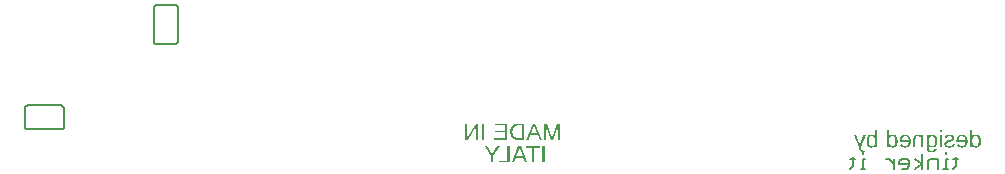
<source format=gbo>
G04 EAGLE Gerber RS-274X export*
G75*
%MOMM*%
%FSLAX34Y34*%
%LPD*%
%INSilkscreen Bottom*%
%IPPOS*%
%AMOC8*
5,1,8,0,0,1.08239X$1,22.5*%
G01*
G04 Define Apertures*
%ADD10C,0.177800*%
%ADD11C,0.152400*%
G36*
X514295Y311150D02*
X509125Y311150D01*
X508632Y311163D01*
X508154Y311203D01*
X507690Y311270D01*
X507241Y311363D01*
X506807Y311483D01*
X506387Y311630D01*
X505983Y311804D01*
X505593Y312004D01*
X505221Y312229D01*
X504871Y312477D01*
X504543Y312749D01*
X504236Y313045D01*
X503952Y313364D01*
X503689Y313706D01*
X503448Y314072D01*
X503228Y314461D01*
X503033Y314871D01*
X502863Y315297D01*
X502720Y315740D01*
X502603Y316199D01*
X502512Y316675D01*
X502446Y317168D01*
X502407Y317678D01*
X502394Y318204D01*
X502402Y318605D01*
X502424Y318993D01*
X502461Y319370D01*
X502514Y319735D01*
X502581Y320089D01*
X502663Y320431D01*
X502759Y320762D01*
X502871Y321080D01*
X502998Y321388D01*
X503140Y321683D01*
X503296Y321967D01*
X503468Y322240D01*
X503654Y322500D01*
X503855Y322750D01*
X504071Y322987D01*
X504303Y323213D01*
X504547Y323426D01*
X504805Y323626D01*
X505075Y323812D01*
X505357Y323984D01*
X505652Y324142D01*
X505959Y324286D01*
X506279Y324417D01*
X506612Y324534D01*
X506957Y324637D01*
X507315Y324727D01*
X507685Y324802D01*
X508067Y324864D01*
X508463Y324912D01*
X508870Y324947D01*
X509291Y324967D01*
X509723Y324974D01*
X514295Y324974D01*
X514295Y311150D01*
G37*
%LPC*%
G36*
X512421Y312651D02*
X512421Y323473D01*
X509763Y323473D01*
X509115Y323452D01*
X508507Y323389D01*
X507938Y323283D01*
X507409Y323136D01*
X506919Y322946D01*
X506469Y322714D01*
X506058Y322440D01*
X505686Y322124D01*
X505356Y321768D01*
X505070Y321373D01*
X504828Y320940D01*
X504630Y320470D01*
X504476Y319961D01*
X504366Y319413D01*
X504300Y318828D01*
X504278Y318204D01*
X504288Y317785D01*
X504317Y317379D01*
X504365Y316987D01*
X504433Y316610D01*
X504519Y316247D01*
X504626Y315897D01*
X504751Y315562D01*
X504896Y315241D01*
X505059Y314937D01*
X505239Y314650D01*
X505435Y314382D01*
X505648Y314133D01*
X505878Y313901D01*
X506124Y313689D01*
X506387Y313494D01*
X506667Y313318D01*
X506961Y313162D01*
X507267Y313026D01*
X507583Y312912D01*
X507912Y312818D01*
X508252Y312745D01*
X508603Y312693D01*
X508966Y312662D01*
X509341Y312651D01*
X512421Y312651D01*
G37*
%LPD*%
G36*
X532698Y311150D02*
X531010Y311150D01*
X531010Y324974D01*
X533414Y324974D01*
X537024Y315389D01*
X537153Y315034D01*
X537363Y314383D01*
X537570Y313685D01*
X537692Y313191D01*
X537781Y313577D01*
X537932Y314147D01*
X538117Y314789D01*
X538310Y315389D01*
X541989Y324974D01*
X544452Y324974D01*
X544452Y311150D01*
X542784Y311150D01*
X542784Y320373D01*
X542823Y322227D01*
X542852Y323316D01*
X542529Y322237D01*
X541979Y320569D01*
X538359Y311150D01*
X537044Y311150D01*
X533473Y320569D01*
X533275Y321112D01*
X533066Y321751D01*
X532844Y322486D01*
X532609Y323316D01*
X532676Y321874D01*
X532698Y320373D01*
X532698Y311150D01*
G37*
G36*
X517900Y311150D02*
X515987Y311150D01*
X521540Y324974D01*
X523669Y324974D01*
X529311Y311150D01*
X527368Y311150D01*
X525779Y315192D01*
X519480Y315192D01*
X517900Y311150D01*
G37*
%LPC*%
G36*
X525210Y316654D02*
X523444Y321197D01*
X523022Y322357D01*
X522718Y323287D01*
X522629Y323561D01*
X522364Y322747D01*
X522090Y321938D01*
X521815Y321216D01*
X520039Y316654D01*
X525210Y316654D01*
G37*
%LPD*%
G36*
X466234Y311150D02*
X463977Y311150D01*
X463977Y324974D01*
X465665Y324974D01*
X465665Y315909D01*
X465636Y314780D01*
X465547Y313122D01*
X473024Y324974D01*
X475202Y324974D01*
X475202Y311150D01*
X473534Y311150D01*
X473534Y320333D01*
X473583Y321972D01*
X473632Y322924D01*
X466234Y311150D01*
G37*
G36*
X499795Y311150D02*
X488905Y311150D01*
X488905Y312681D01*
X497921Y312681D01*
X497921Y317498D01*
X489896Y317498D01*
X489896Y319009D01*
X497921Y319009D01*
X497921Y323444D01*
X489307Y323444D01*
X489307Y324974D01*
X499795Y324974D01*
X499795Y311150D01*
G37*
G36*
X480589Y311150D02*
X478715Y311150D01*
X478715Y324974D01*
X480589Y324974D01*
X480589Y311150D01*
G37*
G36*
X505575Y292100D02*
X503662Y292100D01*
X509215Y305924D01*
X511344Y305924D01*
X516986Y292100D01*
X515043Y292100D01*
X513454Y296142D01*
X507155Y296142D01*
X505575Y292100D01*
G37*
%LPC*%
G36*
X512885Y297604D02*
X511119Y302147D01*
X510697Y303307D01*
X510393Y304237D01*
X510304Y304511D01*
X510039Y303697D01*
X509765Y302888D01*
X509490Y302166D01*
X507714Y297604D01*
X512885Y297604D01*
G37*
%LPD*%
G36*
X488172Y292100D02*
X486308Y292100D01*
X486308Y297830D01*
X480970Y305924D01*
X483031Y305924D01*
X487220Y299341D01*
X491429Y305924D01*
X493490Y305924D01*
X488172Y297830D01*
X488172Y292100D01*
G37*
G36*
X522606Y292100D02*
X520742Y292100D01*
X520742Y304394D01*
X515993Y304394D01*
X515993Y305924D01*
X527355Y305924D01*
X527355Y304394D01*
X522606Y304394D01*
X522606Y292100D01*
G37*
G36*
X501970Y292100D02*
X493111Y292100D01*
X493111Y293631D01*
X500096Y293631D01*
X500096Y305924D01*
X501970Y305924D01*
X501970Y292100D01*
G37*
G36*
X531546Y292100D02*
X529672Y292100D01*
X529672Y305924D01*
X531546Y305924D01*
X531546Y292100D01*
G37*
G36*
X859417Y300630D02*
X858879Y300648D01*
X858375Y300700D01*
X857907Y300787D01*
X857473Y300910D01*
X857073Y301067D01*
X856709Y301259D01*
X856379Y301487D01*
X856084Y301749D01*
X855823Y302046D01*
X855598Y302378D01*
X855407Y302745D01*
X855250Y303147D01*
X855129Y303584D01*
X855042Y304056D01*
X854990Y304562D01*
X854973Y305104D01*
X854973Y313218D01*
X854958Y314602D01*
X854939Y315080D01*
X854914Y315416D01*
X856591Y315416D01*
X856611Y315341D01*
X856631Y315183D01*
X856670Y314621D01*
X856709Y313601D01*
X856729Y313601D01*
X856848Y313832D01*
X856978Y314049D01*
X857120Y314253D01*
X857275Y314443D01*
X857441Y314620D01*
X857618Y314783D01*
X857808Y314932D01*
X858009Y315068D01*
X858221Y315188D01*
X858442Y315293D01*
X858673Y315382D01*
X858913Y315454D01*
X859162Y315510D01*
X859421Y315551D01*
X859689Y315575D01*
X859967Y315583D01*
X860453Y315562D01*
X860908Y315499D01*
X861331Y315394D01*
X861722Y315248D01*
X862080Y315060D01*
X862407Y314829D01*
X862701Y314557D01*
X862964Y314243D01*
X863195Y313886D01*
X863395Y313482D01*
X863565Y313031D01*
X863703Y312535D01*
X863811Y311993D01*
X863888Y311404D01*
X863935Y310769D01*
X863950Y310088D01*
X863936Y309417D01*
X863893Y308793D01*
X863821Y308214D01*
X863721Y307682D01*
X863592Y307196D01*
X863434Y306757D01*
X863248Y306364D01*
X863033Y306017D01*
X862787Y305713D01*
X862509Y305450D01*
X862199Y305227D01*
X861856Y305045D01*
X861482Y304904D01*
X861074Y304802D01*
X860635Y304742D01*
X860163Y304722D01*
X859876Y304730D01*
X859597Y304754D01*
X859329Y304794D01*
X859069Y304850D01*
X858818Y304923D01*
X858577Y305011D01*
X858345Y305116D01*
X858122Y305237D01*
X858108Y305246D01*
X857910Y305373D01*
X857709Y305526D01*
X857520Y305694D01*
X857342Y305878D01*
X857176Y306078D01*
X857022Y306293D01*
X856879Y306525D01*
X856748Y306772D01*
X856729Y306772D01*
X856729Y305065D01*
X856739Y304691D01*
X856770Y304341D01*
X856822Y304015D01*
X856894Y303713D01*
X856987Y303435D01*
X857100Y303182D01*
X857234Y302952D01*
X857389Y302747D01*
X857564Y302566D01*
X857760Y302409D01*
X857976Y302276D01*
X858213Y302168D01*
X858471Y302083D01*
X858749Y302023D01*
X859032Y301988D01*
X859048Y301986D01*
X859368Y301974D01*
X859607Y301981D01*
X859835Y301999D01*
X860051Y302030D01*
X860255Y302074D01*
X860447Y302130D01*
X860627Y302198D01*
X860796Y302279D01*
X860953Y302372D01*
X861097Y302476D01*
X861228Y302592D01*
X861345Y302717D01*
X861449Y302854D01*
X861540Y303001D01*
X861618Y303158D01*
X861682Y303326D01*
X861733Y303505D01*
X863508Y303250D01*
X863423Y302945D01*
X863315Y302658D01*
X863184Y302389D01*
X863030Y302137D01*
X862853Y301904D01*
X862653Y301689D01*
X862430Y301492D01*
X862184Y301312D01*
X861915Y301152D01*
X861625Y301014D01*
X861312Y300897D01*
X860977Y300801D01*
X860620Y300726D01*
X860241Y300673D01*
X859840Y300641D01*
X859417Y300630D01*
G37*
%LPC*%
G36*
X859564Y306026D02*
X859902Y306041D01*
X860214Y306086D01*
X860501Y306160D01*
X860761Y306264D01*
X860996Y306398D01*
X861205Y306562D01*
X861389Y306755D01*
X861546Y306978D01*
X861682Y307235D01*
X861799Y307531D01*
X861899Y307864D01*
X861980Y308236D01*
X862044Y308647D01*
X862089Y309096D01*
X862116Y309583D01*
X862125Y310108D01*
X862115Y310638D01*
X862086Y311131D01*
X862038Y311585D01*
X861971Y312002D01*
X861884Y312380D01*
X861777Y312720D01*
X861652Y313023D01*
X861507Y313287D01*
X861341Y313517D01*
X861152Y313716D01*
X860940Y313885D01*
X860705Y314023D01*
X860447Y314130D01*
X860166Y314207D01*
X859862Y314253D01*
X859535Y314268D01*
X859334Y314260D01*
X859138Y314237D01*
X858948Y314198D01*
X858763Y314144D01*
X858584Y314074D01*
X858410Y313989D01*
X858078Y313773D01*
X857775Y313497D01*
X857508Y313167D01*
X857277Y312781D01*
X857082Y312340D01*
X856927Y311849D01*
X856817Y311314D01*
X856751Y310733D01*
X856729Y310108D01*
X856751Y309497D01*
X856817Y308929D01*
X856927Y308405D01*
X857082Y307925D01*
X857277Y307493D01*
X857509Y307114D01*
X857614Y306987D01*
X857777Y306789D01*
X858083Y306517D01*
X858418Y306302D01*
X858595Y306218D01*
X858777Y306149D01*
X858965Y306095D01*
X859159Y306057D01*
X859359Y306034D01*
X859564Y306026D01*
G37*
%LPD*%
G36*
X808024Y304604D02*
X807551Y304625D01*
X807108Y304691D01*
X806696Y304799D01*
X806315Y304951D01*
X805964Y305146D01*
X805644Y305385D01*
X805354Y305667D01*
X805095Y305992D01*
X804866Y306361D01*
X804668Y306773D01*
X804500Y307229D01*
X804363Y307727D01*
X804256Y308270D01*
X804180Y308855D01*
X804134Y309485D01*
X804119Y310157D01*
X804133Y310822D01*
X804178Y311444D01*
X804252Y312021D01*
X804355Y312556D01*
X804488Y313047D01*
X804651Y313494D01*
X804844Y313898D01*
X805065Y314258D01*
X805319Y314576D01*
X805605Y314851D01*
X805925Y315083D01*
X806278Y315274D01*
X806665Y315422D01*
X807084Y315528D01*
X807537Y315591D01*
X808024Y315612D01*
X808317Y315605D01*
X808598Y315585D01*
X808867Y315550D01*
X809124Y315502D01*
X809368Y315440D01*
X809601Y315364D01*
X809822Y315274D01*
X810030Y315171D01*
X810227Y315051D01*
X810415Y314914D01*
X810592Y314758D01*
X810760Y314584D01*
X810917Y314393D01*
X811065Y314183D01*
X811202Y313955D01*
X811330Y313709D01*
X811369Y313709D01*
X811340Y314516D01*
X811330Y315210D01*
X811330Y319360D01*
X813096Y319360D01*
X813096Y306988D01*
X813111Y305612D01*
X813129Y305135D01*
X813155Y304800D01*
X811448Y304800D01*
X811389Y305521D01*
X811359Y306064D01*
X811350Y306448D01*
X811330Y306448D01*
X811200Y306214D01*
X811061Y305996D01*
X810913Y305795D01*
X810755Y305611D01*
X810588Y305443D01*
X810411Y305292D01*
X810225Y305158D01*
X810030Y305040D01*
X809824Y304938D01*
X809605Y304849D01*
X809373Y304774D01*
X809129Y304713D01*
X808871Y304665D01*
X808602Y304631D01*
X808319Y304611D01*
X808024Y304604D01*
G37*
%LPC*%
G36*
X808495Y305909D02*
X808857Y305924D01*
X809193Y305971D01*
X809503Y306049D01*
X809787Y306158D01*
X810045Y306298D01*
X810277Y306469D01*
X810483Y306671D01*
X810663Y306905D01*
X810819Y307171D01*
X810955Y307471D01*
X811069Y307805D01*
X811163Y308174D01*
X811236Y308577D01*
X811288Y309014D01*
X811320Y309485D01*
X811330Y309990D01*
X811319Y310526D01*
X811287Y311024D01*
X811234Y311485D01*
X811160Y311908D01*
X811064Y312294D01*
X810946Y312643D01*
X810808Y312954D01*
X810648Y313228D01*
X810465Y313467D01*
X810257Y313674D01*
X810023Y313850D01*
X809764Y313993D01*
X809480Y314105D01*
X809170Y314185D01*
X808835Y314232D01*
X808475Y314248D01*
X808155Y314233D01*
X807859Y314188D01*
X807585Y314113D01*
X807334Y314008D01*
X807107Y313873D01*
X806902Y313708D01*
X806720Y313512D01*
X806562Y313287D01*
X806424Y313027D01*
X806304Y312727D01*
X806203Y312388D01*
X806120Y312009D01*
X806056Y311591D01*
X806010Y311133D01*
X805982Y310635D01*
X805973Y310098D01*
X805982Y309563D01*
X806010Y309066D01*
X806056Y308608D01*
X806121Y308189D01*
X806205Y307807D01*
X806307Y307465D01*
X806427Y307160D01*
X806567Y306895D01*
X806727Y306664D01*
X806910Y306463D01*
X807116Y306294D01*
X807345Y306155D01*
X807598Y306047D01*
X807874Y305970D01*
X808172Y305924D01*
X808495Y305909D01*
G37*
%LPD*%
G36*
X826483Y304604D02*
X826189Y304611D01*
X825908Y304631D01*
X825639Y304666D01*
X825382Y304714D01*
X825138Y304776D01*
X824905Y304852D01*
X824685Y304942D01*
X824476Y305045D01*
X824279Y305165D01*
X824091Y305302D01*
X823914Y305458D01*
X823746Y305632D01*
X823589Y305823D01*
X823441Y306033D01*
X823304Y306261D01*
X823176Y306507D01*
X823137Y306507D01*
X823128Y306056D01*
X823103Y305526D01*
X823069Y305060D01*
X823039Y304800D01*
X821351Y304800D01*
X821377Y305135D01*
X821395Y305612D01*
X821410Y306988D01*
X821410Y319360D01*
X823176Y319360D01*
X823176Y314955D01*
X823156Y313768D01*
X823176Y313768D01*
X823304Y314000D01*
X823441Y314216D01*
X823588Y314416D01*
X823745Y314599D01*
X823912Y314766D01*
X824089Y314917D01*
X824275Y315052D01*
X824471Y315171D01*
X824679Y315274D01*
X824899Y315364D01*
X825131Y315440D01*
X825376Y315502D01*
X825634Y315550D01*
X825904Y315585D01*
X826187Y315605D01*
X826483Y315612D01*
X826955Y315590D01*
X827398Y315525D01*
X827810Y315417D01*
X828191Y315265D01*
X828542Y315070D01*
X828862Y314831D01*
X829152Y314549D01*
X829411Y314224D01*
X829640Y313855D01*
X829838Y313443D01*
X830006Y312987D01*
X830143Y312488D01*
X830250Y311946D01*
X830326Y311360D01*
X830372Y310731D01*
X830388Y310059D01*
X830373Y309394D01*
X830328Y308772D01*
X830254Y308194D01*
X830151Y307660D01*
X830018Y307169D01*
X829855Y306722D01*
X829663Y306318D01*
X829441Y305958D01*
X829187Y305640D01*
X828901Y305365D01*
X828581Y305133D01*
X828228Y304942D01*
X827841Y304794D01*
X827422Y304688D01*
X826969Y304625D01*
X826483Y304604D01*
G37*
%LPC*%
G36*
X826031Y305968D02*
X826351Y305983D01*
X826648Y306028D01*
X826921Y306103D01*
X827172Y306208D01*
X827399Y306343D01*
X827604Y306508D01*
X827786Y306704D01*
X827944Y306929D01*
X828082Y307189D01*
X828202Y307489D01*
X828303Y307828D01*
X828386Y308207D01*
X828450Y308625D01*
X828496Y309083D01*
X828524Y309581D01*
X828533Y310118D01*
X828524Y310653D01*
X828496Y311150D01*
X828450Y311608D01*
X828385Y312027D01*
X828301Y312409D01*
X828199Y312751D01*
X828079Y313055D01*
X827940Y313321D01*
X827780Y313552D01*
X827596Y313753D01*
X827390Y313922D01*
X827161Y314061D01*
X826908Y314169D01*
X826632Y314246D01*
X826334Y314292D01*
X826012Y314307D01*
X825654Y314292D01*
X825321Y314246D01*
X825014Y314169D01*
X824731Y314062D01*
X824474Y313924D01*
X824242Y313755D01*
X824035Y313556D01*
X823853Y313326D01*
X823694Y313063D01*
X823557Y312765D01*
X823441Y312432D01*
X823345Y312063D01*
X823271Y311659D01*
X823218Y311220D01*
X823187Y310745D01*
X823176Y310236D01*
X823187Y309706D01*
X823218Y309213D01*
X823271Y308756D01*
X823345Y308335D01*
X823441Y307949D01*
X823557Y307599D01*
X823694Y307286D01*
X823853Y307008D01*
X823875Y306978D01*
X824035Y306764D01*
X824243Y306553D01*
X824477Y306374D01*
X824736Y306228D01*
X825021Y306114D01*
X825332Y306033D01*
X825669Y305984D01*
X826031Y305968D01*
G37*
%LPD*%
G36*
X896951Y304604D02*
X896658Y304611D01*
X896377Y304631D01*
X896108Y304666D01*
X895851Y304714D01*
X895606Y304776D01*
X895374Y304852D01*
X895153Y304942D01*
X894945Y305045D01*
X894748Y305165D01*
X894560Y305302D01*
X894383Y305458D01*
X894215Y305632D01*
X894058Y305823D01*
X893910Y306033D01*
X893772Y306261D01*
X893645Y306507D01*
X893606Y306507D01*
X893597Y306056D01*
X893571Y305526D01*
X893538Y305060D01*
X893508Y304800D01*
X891820Y304800D01*
X891846Y305135D01*
X891864Y305612D01*
X891879Y306988D01*
X891879Y319360D01*
X893645Y319360D01*
X893645Y314955D01*
X893625Y313768D01*
X893645Y313768D01*
X893772Y314000D01*
X893910Y314216D01*
X894057Y314416D01*
X894214Y314599D01*
X894381Y314766D01*
X894557Y314917D01*
X894744Y315052D01*
X894940Y315171D01*
X895147Y315274D01*
X895367Y315364D01*
X895600Y315440D01*
X895845Y315502D01*
X896103Y315550D01*
X896373Y315585D01*
X896656Y315605D01*
X896951Y315612D01*
X897424Y315590D01*
X897867Y315525D01*
X898278Y315417D01*
X898660Y315265D01*
X899011Y315070D01*
X899331Y314831D01*
X899621Y314549D01*
X899880Y314224D01*
X900109Y313855D01*
X900307Y313443D01*
X900475Y312987D01*
X900612Y312488D01*
X900719Y311946D01*
X900795Y311360D01*
X900841Y310731D01*
X900856Y310059D01*
X900841Y309394D01*
X900797Y308772D01*
X900723Y308194D01*
X900620Y307660D01*
X900486Y307169D01*
X900324Y306722D01*
X900131Y306318D01*
X899909Y305958D01*
X899656Y305640D01*
X899370Y305365D01*
X899050Y305133D01*
X898697Y304942D01*
X898310Y304794D01*
X897890Y304688D01*
X897438Y304625D01*
X896951Y304604D01*
G37*
%LPC*%
G36*
X896500Y305968D02*
X896820Y305983D01*
X897116Y306028D01*
X897390Y306103D01*
X897641Y306208D01*
X897868Y306343D01*
X898073Y306508D01*
X898255Y306704D01*
X898413Y306929D01*
X898551Y307189D01*
X898671Y307489D01*
X898772Y307828D01*
X898855Y308207D01*
X898919Y308625D01*
X898965Y309083D01*
X898993Y309581D01*
X899002Y310118D01*
X898993Y310653D01*
X898965Y311150D01*
X898918Y311608D01*
X898853Y312027D01*
X898770Y312409D01*
X898668Y312751D01*
X898547Y313055D01*
X898408Y313321D01*
X898248Y313552D01*
X898065Y313753D01*
X897859Y313922D01*
X897630Y314061D01*
X897377Y314169D01*
X897101Y314246D01*
X896802Y314292D01*
X896480Y314307D01*
X896123Y314292D01*
X895790Y314246D01*
X895482Y314169D01*
X895200Y314062D01*
X894943Y313924D01*
X894711Y313755D01*
X894504Y313556D01*
X894322Y313326D01*
X894163Y313063D01*
X894026Y312765D01*
X893909Y312432D01*
X893814Y312063D01*
X893740Y311659D01*
X893687Y311220D01*
X893655Y310745D01*
X893645Y310236D01*
X893655Y309706D01*
X893687Y309213D01*
X893740Y308756D01*
X893814Y308335D01*
X893909Y307949D01*
X894026Y307599D01*
X894163Y307286D01*
X894322Y307008D01*
X894344Y306978D01*
X894504Y306764D01*
X894712Y306553D01*
X894945Y306374D01*
X895205Y306228D01*
X895490Y306114D01*
X895801Y306033D01*
X896138Y305984D01*
X896500Y305968D01*
G37*
%LPD*%
G36*
X836748Y304604D02*
X836335Y304614D01*
X835942Y304643D01*
X835567Y304692D01*
X835212Y304761D01*
X834875Y304849D01*
X834557Y304957D01*
X834258Y305085D01*
X833979Y305232D01*
X833718Y305398D01*
X833476Y305585D01*
X833252Y305791D01*
X833048Y306017D01*
X832863Y306262D01*
X832697Y306527D01*
X832549Y306811D01*
X832421Y307115D01*
X833971Y307557D01*
X834039Y307384D01*
X834122Y307219D01*
X834328Y306912D01*
X834590Y306635D01*
X834908Y306389D01*
X835088Y306281D01*
X835283Y306188D01*
X835491Y306108D01*
X835714Y306044D01*
X835951Y305993D01*
X836202Y305957D01*
X836468Y305936D01*
X836748Y305928D01*
X837100Y305944D01*
X837430Y305990D01*
X837739Y306068D01*
X838026Y306176D01*
X838291Y306315D01*
X838534Y306486D01*
X838756Y306687D01*
X838955Y306919D01*
X839132Y307180D01*
X839286Y307467D01*
X839416Y307780D01*
X839522Y308119D01*
X839605Y308484D01*
X839664Y308875D01*
X839699Y309292D01*
X839711Y309735D01*
X832136Y309735D01*
X832136Y309971D01*
X832155Y310654D01*
X832210Y311293D01*
X832301Y311888D01*
X832429Y312439D01*
X832593Y312946D01*
X832795Y313408D01*
X833032Y313827D01*
X833306Y314202D01*
X833617Y314532D01*
X833965Y314819D01*
X834348Y315061D01*
X834769Y315260D01*
X835226Y315414D01*
X835720Y315524D01*
X836250Y315590D01*
X836816Y315612D01*
X837372Y315590D01*
X837894Y315524D01*
X838383Y315415D01*
X838839Y315261D01*
X839262Y315064D01*
X839652Y314823D01*
X840010Y314538D01*
X840334Y314209D01*
X840622Y313839D01*
X840873Y313431D01*
X841084Y312984D01*
X841257Y312499D01*
X841392Y311976D01*
X841488Y311415D01*
X841546Y310815D01*
X841565Y310177D01*
X841546Y309506D01*
X841488Y308878D01*
X841392Y308293D01*
X841257Y307751D01*
X841084Y307251D01*
X840873Y306794D01*
X840622Y306379D01*
X840334Y306007D01*
X840008Y305678D01*
X839648Y305393D01*
X839252Y305152D01*
X838822Y304955D01*
X838356Y304801D01*
X837855Y304691D01*
X837319Y304626D01*
X836748Y304604D01*
G37*
%LPC*%
G36*
X839691Y311089D02*
X839666Y311454D01*
X839619Y311800D01*
X839550Y312125D01*
X839459Y312430D01*
X839347Y312715D01*
X839214Y312979D01*
X839059Y313224D01*
X838882Y313449D01*
X838686Y313650D01*
X838473Y313824D01*
X838244Y313972D01*
X837998Y314093D01*
X837735Y314187D01*
X837455Y314254D01*
X837159Y314294D01*
X836846Y314307D01*
X836524Y314295D01*
X836222Y314259D01*
X835939Y314199D01*
X835676Y314115D01*
X835432Y314006D01*
X835207Y313874D01*
X835001Y313718D01*
X834815Y313537D01*
X834647Y313330D01*
X834497Y313095D01*
X834364Y312832D01*
X834248Y312540D01*
X834150Y312220D01*
X834070Y311871D01*
X834007Y311494D01*
X833961Y311089D01*
X839691Y311089D01*
G37*
%LPD*%
G36*
X884842Y304604D02*
X884429Y304614D01*
X884036Y304643D01*
X883661Y304692D01*
X883305Y304761D01*
X882969Y304849D01*
X882651Y304957D01*
X882352Y305085D01*
X882072Y305232D01*
X881811Y305398D01*
X881569Y305585D01*
X881346Y305791D01*
X881142Y306017D01*
X880957Y306262D01*
X880791Y306527D01*
X880643Y306811D01*
X880515Y307115D01*
X882065Y307557D01*
X882133Y307384D01*
X882215Y307219D01*
X882422Y306912D01*
X882684Y306635D01*
X883002Y306389D01*
X883182Y306281D01*
X883376Y306188D01*
X883585Y306108D01*
X883808Y306044D01*
X884045Y305993D01*
X884296Y305957D01*
X884562Y305936D01*
X884842Y305928D01*
X885194Y305944D01*
X885524Y305990D01*
X885833Y306068D01*
X886119Y306176D01*
X886385Y306315D01*
X886628Y306486D01*
X886849Y306687D01*
X887049Y306919D01*
X887226Y307180D01*
X887380Y307467D01*
X887509Y307780D01*
X887616Y308119D01*
X887698Y308484D01*
X887757Y308875D01*
X887793Y309292D01*
X887805Y309735D01*
X880230Y309735D01*
X880230Y309971D01*
X880248Y310654D01*
X880303Y311293D01*
X880395Y311888D01*
X880523Y312439D01*
X880687Y312946D01*
X880888Y313408D01*
X881126Y313827D01*
X881400Y314202D01*
X881711Y314532D01*
X882058Y314819D01*
X882442Y315061D01*
X882863Y315260D01*
X883320Y315414D01*
X883813Y315524D01*
X884343Y315590D01*
X884910Y315612D01*
X885465Y315590D01*
X885987Y315524D01*
X886476Y315415D01*
X886933Y315261D01*
X887356Y315064D01*
X887746Y314823D01*
X888103Y314538D01*
X888428Y314209D01*
X888716Y313839D01*
X888966Y313431D01*
X889178Y312984D01*
X889351Y312499D01*
X889486Y311976D01*
X889582Y311415D01*
X889640Y310815D01*
X889659Y310177D01*
X889640Y309506D01*
X889582Y308878D01*
X889486Y308293D01*
X889351Y307751D01*
X889178Y307251D01*
X888966Y306794D01*
X888716Y306379D01*
X888428Y306007D01*
X888102Y305678D01*
X887742Y305393D01*
X887346Y305152D01*
X886915Y304955D01*
X886450Y304801D01*
X885949Y304691D01*
X885413Y304626D01*
X884842Y304604D01*
G37*
%LPC*%
G36*
X887785Y311089D02*
X887759Y311454D01*
X887712Y311800D01*
X887644Y312125D01*
X887553Y312430D01*
X887441Y312715D01*
X887308Y312979D01*
X887152Y313224D01*
X886976Y313449D01*
X886780Y313650D01*
X886567Y313824D01*
X886337Y313972D01*
X886091Y314093D01*
X885828Y314187D01*
X885549Y314254D01*
X885253Y314294D01*
X884940Y314307D01*
X884618Y314295D01*
X884316Y314259D01*
X884033Y314199D01*
X883770Y314115D01*
X883525Y314006D01*
X883301Y313874D01*
X883095Y313718D01*
X882909Y313537D01*
X882741Y313330D01*
X882590Y313095D01*
X882458Y312832D01*
X882342Y312540D01*
X882244Y312220D01*
X882164Y311871D01*
X882101Y311494D01*
X882055Y311089D01*
X887785Y311089D01*
G37*
%LPD*%
G36*
X801389Y300630D02*
X801173Y300637D01*
X800963Y300656D01*
X800561Y300732D01*
X800181Y300859D01*
X799824Y301037D01*
X799485Y301267D01*
X799163Y301550D01*
X798855Y301885D01*
X798563Y302274D01*
X798273Y302742D01*
X797972Y303320D01*
X797660Y304006D01*
X797336Y304800D01*
X793255Y315416D01*
X795119Y315416D01*
X797444Y308656D01*
X798131Y306723D01*
X798533Y307940D01*
X798975Y309220D01*
X799093Y309549D01*
X801330Y315416D01*
X803213Y315416D01*
X799004Y304849D01*
X799171Y304427D01*
X799422Y303859D01*
X799695Y303367D01*
X799989Y302950D01*
X800144Y302771D01*
X800304Y302610D01*
X800470Y302468D01*
X800641Y302345D01*
X800818Y302240D01*
X801000Y302155D01*
X801187Y302089D01*
X801380Y302042D01*
X801578Y302013D01*
X801781Y302004D01*
X802213Y302018D01*
X802605Y302063D01*
X802605Y300738D01*
X802345Y300691D01*
X802056Y300657D01*
X801737Y300637D01*
X801389Y300630D01*
G37*
G36*
X845512Y304800D02*
X843736Y304800D01*
X843736Y311874D01*
X843749Y312357D01*
X843787Y312804D01*
X843850Y313216D01*
X843938Y313592D01*
X844052Y313933D01*
X844191Y314239D01*
X844356Y314509D01*
X844545Y314744D01*
X844762Y314947D01*
X845009Y315124D01*
X845284Y315273D01*
X845589Y315395D01*
X845923Y315490D01*
X846287Y315558D01*
X846679Y315599D01*
X847101Y315612D01*
X847392Y315605D01*
X847671Y315584D01*
X847937Y315548D01*
X848192Y315498D01*
X848434Y315434D01*
X848664Y315356D01*
X848882Y315263D01*
X849088Y315156D01*
X849285Y315032D01*
X849476Y314888D01*
X849661Y314723D01*
X849840Y314539D01*
X850013Y314335D01*
X850180Y314110D01*
X850496Y313601D01*
X850526Y313601D01*
X850560Y314656D01*
X850584Y315151D01*
X850604Y315416D01*
X852272Y315416D01*
X852246Y315120D01*
X852228Y314643D01*
X852213Y313150D01*
X852213Y304800D01*
X850447Y304800D01*
X850447Y310952D01*
X850436Y311329D01*
X850401Y311685D01*
X850344Y312019D01*
X850263Y312333D01*
X850160Y312625D01*
X850033Y312896D01*
X849884Y313146D01*
X849711Y313375D01*
X849519Y313580D01*
X849310Y313757D01*
X849083Y313907D01*
X848840Y314030D01*
X848581Y314126D01*
X848304Y314194D01*
X848010Y314235D01*
X847700Y314248D01*
X847290Y314232D01*
X846932Y314185D01*
X846627Y314105D01*
X846375Y313993D01*
X846165Y313845D01*
X845985Y313657D01*
X845836Y313429D01*
X845718Y313159D01*
X845628Y312840D01*
X845563Y312463D01*
X845525Y312026D01*
X845512Y311531D01*
X845512Y304800D01*
G37*
G36*
X874311Y304604D02*
X873815Y304617D01*
X873348Y304655D01*
X872908Y304718D01*
X872498Y304807D01*
X872115Y304922D01*
X871761Y305062D01*
X871435Y305227D01*
X871137Y305418D01*
X870872Y305632D01*
X870642Y305868D01*
X870447Y306125D01*
X870288Y306404D01*
X870164Y306704D01*
X870075Y307026D01*
X870022Y307369D01*
X870004Y307734D01*
X870016Y308029D01*
X870053Y308309D01*
X870115Y308572D01*
X870200Y308818D01*
X870309Y309049D01*
X870437Y309265D01*
X870586Y309468D01*
X870755Y309657D01*
X870950Y309834D01*
X871178Y310004D01*
X871438Y310165D01*
X871731Y310319D01*
X872089Y310472D01*
X872545Y310632D01*
X873100Y310798D01*
X873752Y310971D01*
X874979Y311295D01*
X875400Y311428D01*
X875695Y311540D01*
X875911Y311649D01*
X876100Y311769D01*
X876260Y311899D01*
X876391Y312041D01*
X876494Y312198D01*
X876568Y312374D01*
X876612Y312571D01*
X876627Y312786D01*
X876618Y312965D01*
X876591Y313131D01*
X876547Y313286D01*
X876485Y313429D01*
X876405Y313561D01*
X876307Y313681D01*
X876191Y313789D01*
X876058Y313885D01*
X875906Y313970D01*
X875734Y314044D01*
X875543Y314107D01*
X875332Y314158D01*
X875101Y314197D01*
X874851Y314226D01*
X874292Y314248D01*
X874029Y314242D01*
X873779Y314225D01*
X873544Y314195D01*
X873322Y314154D01*
X873113Y314101D01*
X872918Y314036D01*
X872737Y313959D01*
X872570Y313871D01*
X872417Y313771D01*
X872280Y313661D01*
X872158Y313541D01*
X872051Y313411D01*
X871960Y313270D01*
X871885Y313119D01*
X871825Y312958D01*
X871780Y312786D01*
X870191Y312983D01*
X870271Y313312D01*
X870376Y313618D01*
X870504Y313901D01*
X870655Y314160D01*
X870831Y314396D01*
X871030Y314609D01*
X871254Y314798D01*
X871500Y314965D01*
X871770Y315109D01*
X872063Y315235D01*
X872378Y315341D01*
X872716Y315428D01*
X873076Y315496D01*
X873459Y315544D01*
X873864Y315573D01*
X874292Y315583D01*
X874772Y315571D01*
X875224Y315535D01*
X875645Y315476D01*
X876037Y315393D01*
X876399Y315286D01*
X876732Y315155D01*
X877035Y315001D01*
X877309Y314822D01*
X877551Y314621D01*
X877762Y314399D01*
X877940Y314155D01*
X878085Y313889D01*
X878198Y313602D01*
X878279Y313293D01*
X878328Y312962D01*
X878344Y312610D01*
X878321Y312233D01*
X878253Y311886D01*
X878140Y311570D01*
X877981Y311285D01*
X877782Y311026D01*
X877548Y310786D01*
X877279Y310567D01*
X876975Y310368D01*
X876599Y310178D01*
X876113Y309987D01*
X875517Y309793D01*
X874812Y309598D01*
X873546Y309264D01*
X873098Y309128D01*
X872717Y308975D01*
X872402Y308804D01*
X872153Y308617D01*
X871964Y308406D01*
X871829Y308165D01*
X871782Y308034D01*
X871748Y307895D01*
X871728Y307750D01*
X871721Y307596D01*
X871731Y307397D01*
X871760Y307210D01*
X871809Y307036D01*
X871877Y306875D01*
X871965Y306727D01*
X872072Y306592D01*
X872198Y306469D01*
X872344Y306360D01*
X872511Y306263D01*
X872701Y306180D01*
X872913Y306109D01*
X873148Y306051D01*
X873405Y306006D01*
X873684Y305974D01*
X873987Y305954D01*
X874311Y305948D01*
X874617Y305954D01*
X874905Y305973D01*
X875176Y306004D01*
X875430Y306047D01*
X875667Y306103D01*
X875886Y306171D01*
X876088Y306252D01*
X876274Y306345D01*
X876443Y306452D01*
X876597Y306572D01*
X876736Y306707D01*
X876860Y306857D01*
X876969Y307020D01*
X877063Y307198D01*
X877142Y307390D01*
X877206Y307596D01*
X878766Y307292D01*
X878673Y306958D01*
X878557Y306646D01*
X878417Y306357D01*
X878254Y306091D01*
X878068Y305848D01*
X877858Y305628D01*
X877625Y305431D01*
X877368Y305256D01*
X877085Y305103D01*
X876774Y304971D01*
X876434Y304859D01*
X876066Y304767D01*
X875670Y304696D01*
X875246Y304645D01*
X874793Y304614D01*
X874311Y304604D01*
G37*
G36*
X867918Y304800D02*
X866152Y304800D01*
X866152Y315416D01*
X867918Y315416D01*
X867918Y304800D01*
G37*
G36*
X867918Y317673D02*
X866152Y317673D01*
X866152Y319360D01*
X867918Y319360D01*
X867918Y317673D01*
G37*
D10*
X879685Y297020D02*
X879685Y288715D01*
X877609Y286639D01*
X877609Y294943D02*
X881761Y294943D01*
X873030Y294943D02*
X870953Y294943D01*
X870953Y286639D01*
X868877Y286639D02*
X873030Y286639D01*
X870953Y299096D02*
X870953Y301172D01*
X864298Y294943D02*
X864298Y286639D01*
X864298Y294943D02*
X858070Y294943D01*
X855994Y292867D01*
X855994Y286639D01*
X851201Y286639D02*
X851201Y299096D01*
X851201Y290791D02*
X844972Y286639D01*
X851201Y290791D02*
X844972Y294943D01*
X838210Y286639D02*
X834058Y286639D01*
X838210Y286639D02*
X840286Y288715D01*
X840286Y292867D01*
X838210Y294943D01*
X834058Y294943D01*
X831982Y292867D01*
X831982Y290791D01*
X840286Y290791D01*
X827189Y286639D02*
X827189Y294943D01*
X827189Y290791D02*
X823037Y294943D01*
X820961Y294943D01*
X803178Y294943D02*
X801101Y294943D01*
X801101Y286639D01*
X799025Y286639D02*
X803178Y286639D01*
X801101Y299096D02*
X801101Y301172D01*
X792370Y297020D02*
X792370Y288715D01*
X790294Y286639D01*
X790294Y294943D02*
X794446Y294943D01*
D11*
X200660Y394970D02*
X200660Y422910D01*
X218440Y425450D02*
X218540Y425448D01*
X218639Y425442D01*
X218739Y425432D01*
X218837Y425419D01*
X218936Y425401D01*
X219033Y425380D01*
X219129Y425355D01*
X219225Y425326D01*
X219319Y425293D01*
X219412Y425257D01*
X219503Y425217D01*
X219593Y425173D01*
X219681Y425126D01*
X219767Y425076D01*
X219851Y425022D01*
X219933Y424965D01*
X220012Y424905D01*
X220090Y424841D01*
X220164Y424775D01*
X220236Y424706D01*
X220305Y424634D01*
X220371Y424560D01*
X220435Y424482D01*
X220495Y424403D01*
X220552Y424321D01*
X220606Y424237D01*
X220656Y424151D01*
X220703Y424063D01*
X220747Y423973D01*
X220787Y423882D01*
X220823Y423789D01*
X220856Y423695D01*
X220885Y423599D01*
X220910Y423503D01*
X220931Y423406D01*
X220949Y423307D01*
X220962Y423209D01*
X220972Y423109D01*
X220978Y423010D01*
X220980Y422910D01*
X220980Y394970D02*
X220978Y394870D01*
X220972Y394771D01*
X220962Y394671D01*
X220949Y394573D01*
X220931Y394474D01*
X220910Y394377D01*
X220885Y394281D01*
X220856Y394185D01*
X220823Y394091D01*
X220787Y393998D01*
X220747Y393907D01*
X220703Y393817D01*
X220656Y393729D01*
X220606Y393643D01*
X220552Y393559D01*
X220495Y393477D01*
X220435Y393398D01*
X220371Y393320D01*
X220305Y393246D01*
X220236Y393174D01*
X220164Y393105D01*
X220090Y393039D01*
X220012Y392975D01*
X219933Y392915D01*
X219851Y392858D01*
X219767Y392804D01*
X219681Y392754D01*
X219593Y392707D01*
X219503Y392663D01*
X219412Y392623D01*
X219319Y392587D01*
X219225Y392554D01*
X219129Y392525D01*
X219033Y392500D01*
X218936Y392479D01*
X218837Y392461D01*
X218739Y392448D01*
X218639Y392438D01*
X218540Y392432D01*
X218440Y392430D01*
X203200Y392430D02*
X203100Y392432D01*
X203001Y392438D01*
X202901Y392448D01*
X202803Y392461D01*
X202704Y392479D01*
X202607Y392500D01*
X202511Y392525D01*
X202415Y392554D01*
X202321Y392587D01*
X202228Y392623D01*
X202137Y392663D01*
X202047Y392707D01*
X201959Y392754D01*
X201873Y392804D01*
X201789Y392858D01*
X201707Y392915D01*
X201628Y392975D01*
X201550Y393039D01*
X201476Y393105D01*
X201404Y393174D01*
X201335Y393246D01*
X201269Y393320D01*
X201205Y393398D01*
X201145Y393477D01*
X201088Y393559D01*
X201034Y393643D01*
X200984Y393729D01*
X200937Y393817D01*
X200893Y393907D01*
X200853Y393998D01*
X200817Y394091D01*
X200784Y394185D01*
X200755Y394281D01*
X200730Y394377D01*
X200709Y394474D01*
X200691Y394573D01*
X200678Y394671D01*
X200668Y394771D01*
X200662Y394870D01*
X200660Y394970D01*
X200660Y422910D02*
X200662Y423010D01*
X200668Y423109D01*
X200678Y423209D01*
X200691Y423307D01*
X200709Y423406D01*
X200730Y423503D01*
X200755Y423599D01*
X200784Y423695D01*
X200817Y423789D01*
X200853Y423882D01*
X200893Y423973D01*
X200937Y424063D01*
X200984Y424151D01*
X201034Y424237D01*
X201088Y424321D01*
X201145Y424403D01*
X201205Y424482D01*
X201269Y424560D01*
X201335Y424634D01*
X201404Y424706D01*
X201476Y424775D01*
X201550Y424841D01*
X201628Y424905D01*
X201707Y424965D01*
X201789Y425022D01*
X201873Y425076D01*
X201959Y425126D01*
X202047Y425173D01*
X202137Y425217D01*
X202228Y425257D01*
X202321Y425293D01*
X202415Y425326D01*
X202511Y425355D01*
X202607Y425380D01*
X202704Y425401D01*
X202803Y425419D01*
X202901Y425432D01*
X203001Y425442D01*
X203100Y425448D01*
X203200Y425450D01*
X218440Y425450D01*
X218440Y392430D02*
X203200Y392430D01*
X220980Y394970D02*
X220980Y422910D01*
X121920Y340360D02*
X93980Y340360D01*
X121920Y320040D02*
X122020Y320042D01*
X122119Y320048D01*
X122219Y320058D01*
X122317Y320071D01*
X122416Y320089D01*
X122513Y320110D01*
X122609Y320135D01*
X122705Y320164D01*
X122799Y320197D01*
X122892Y320233D01*
X122983Y320273D01*
X123073Y320317D01*
X123161Y320364D01*
X123247Y320414D01*
X123331Y320468D01*
X123413Y320525D01*
X123492Y320585D01*
X123570Y320649D01*
X123644Y320715D01*
X123716Y320784D01*
X123785Y320856D01*
X123851Y320930D01*
X123915Y321008D01*
X123975Y321087D01*
X124032Y321169D01*
X124086Y321253D01*
X124136Y321339D01*
X124183Y321427D01*
X124227Y321517D01*
X124267Y321608D01*
X124303Y321701D01*
X124336Y321795D01*
X124365Y321891D01*
X124390Y321987D01*
X124411Y322084D01*
X124429Y322183D01*
X124442Y322281D01*
X124452Y322381D01*
X124458Y322480D01*
X124460Y322580D01*
X93980Y320040D02*
X93880Y320042D01*
X93781Y320048D01*
X93681Y320058D01*
X93583Y320071D01*
X93484Y320089D01*
X93387Y320110D01*
X93291Y320135D01*
X93195Y320164D01*
X93101Y320197D01*
X93008Y320233D01*
X92917Y320273D01*
X92827Y320317D01*
X92739Y320364D01*
X92653Y320414D01*
X92569Y320468D01*
X92487Y320525D01*
X92408Y320585D01*
X92330Y320649D01*
X92256Y320715D01*
X92184Y320784D01*
X92115Y320856D01*
X92049Y320930D01*
X91985Y321008D01*
X91925Y321087D01*
X91868Y321169D01*
X91814Y321253D01*
X91764Y321339D01*
X91717Y321427D01*
X91673Y321517D01*
X91633Y321608D01*
X91597Y321701D01*
X91564Y321795D01*
X91535Y321891D01*
X91510Y321987D01*
X91489Y322084D01*
X91471Y322183D01*
X91458Y322281D01*
X91448Y322381D01*
X91442Y322480D01*
X91440Y322580D01*
X91440Y337820D02*
X91442Y337920D01*
X91448Y338019D01*
X91458Y338119D01*
X91471Y338217D01*
X91489Y338316D01*
X91510Y338413D01*
X91535Y338509D01*
X91564Y338605D01*
X91597Y338699D01*
X91633Y338792D01*
X91673Y338883D01*
X91717Y338973D01*
X91764Y339061D01*
X91814Y339147D01*
X91868Y339231D01*
X91925Y339313D01*
X91985Y339392D01*
X92049Y339470D01*
X92115Y339544D01*
X92184Y339616D01*
X92256Y339685D01*
X92330Y339751D01*
X92408Y339815D01*
X92487Y339875D01*
X92569Y339932D01*
X92653Y339986D01*
X92739Y340036D01*
X92827Y340083D01*
X92917Y340127D01*
X93008Y340167D01*
X93101Y340203D01*
X93195Y340236D01*
X93291Y340265D01*
X93387Y340290D01*
X93484Y340311D01*
X93583Y340329D01*
X93681Y340342D01*
X93781Y340352D01*
X93880Y340358D01*
X93980Y340360D01*
X121920Y340360D02*
X122020Y340358D01*
X122119Y340352D01*
X122219Y340342D01*
X122317Y340329D01*
X122416Y340311D01*
X122513Y340290D01*
X122609Y340265D01*
X122705Y340236D01*
X122799Y340203D01*
X122892Y340167D01*
X122983Y340127D01*
X123073Y340083D01*
X123161Y340036D01*
X123247Y339986D01*
X123331Y339932D01*
X123413Y339875D01*
X123492Y339815D01*
X123570Y339751D01*
X123644Y339685D01*
X123716Y339616D01*
X123785Y339544D01*
X123851Y339470D01*
X123915Y339392D01*
X123975Y339313D01*
X124032Y339231D01*
X124086Y339147D01*
X124136Y339061D01*
X124183Y338973D01*
X124227Y338883D01*
X124267Y338792D01*
X124303Y338699D01*
X124336Y338605D01*
X124365Y338509D01*
X124390Y338413D01*
X124411Y338316D01*
X124429Y338217D01*
X124442Y338119D01*
X124452Y338019D01*
X124458Y337920D01*
X124460Y337820D01*
X124460Y322580D01*
X91440Y322580D02*
X91440Y337820D01*
X93980Y320040D02*
X121920Y320040D01*
M02*

</source>
